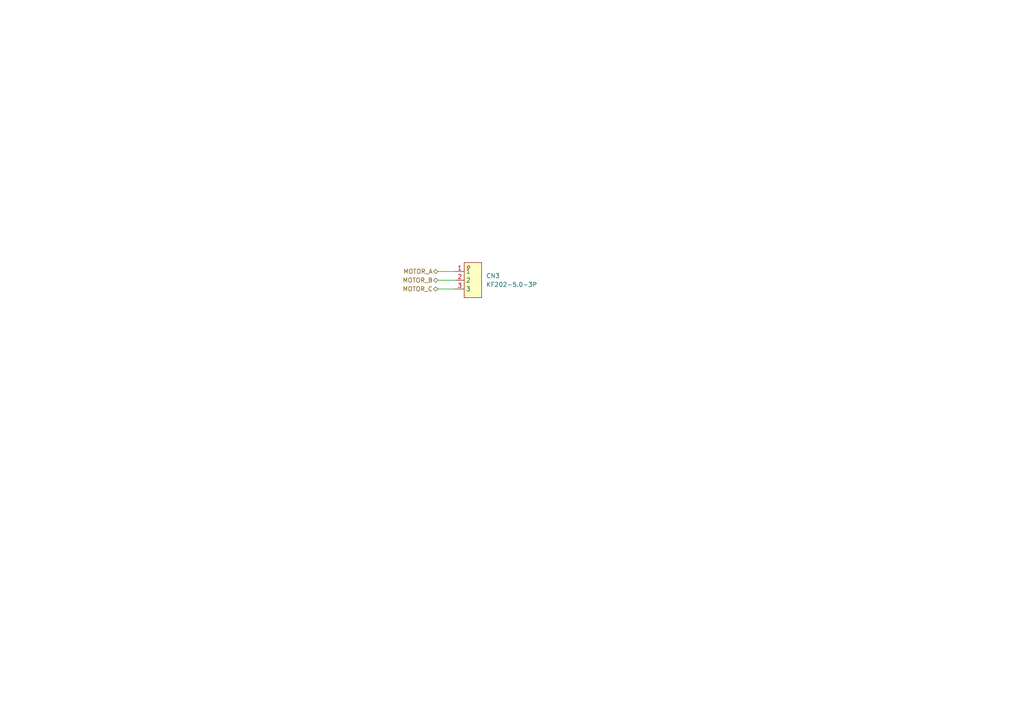
<source format=kicad_sch>
(kicad_sch (version 20250114) (generator "eeschema") (generator_version "9.0")
  (paper "A4")
  (lib_symbols
    (symbol "main_board:KF202-5.0-3P"
      (property "Reference" "CN" (at 0 7.62 0))
      (property "Value" "KF202-5.0-3P" (at 0 -7.62 0))
      (symbol "KF202-5.0-3P_0_1"
        (rectangle (start -2.54 5.08) (end 2.54 -5.08) (fill (type background)))
        (circle (center -1.27 3.81) (radius 0.38))
        (pin unspecified line (at -5.08 2.54 0) (length 2.54) (name "1") (number "1"))
        (pin unspecified line (at -5.08 0 0) (length 2.54) (name "2") (number "2"))
        (pin unspecified line (at -5.08 -2.54 0) (length 2.54) (name "3") (number "3"))
      )
    )
  )
  (wire (pts (xy 127 78.74) (xy 132.08 78.74)))
  (wire (pts (xy 127 81.28) (xy 132.08 81.28)))
  (wire (pts (xy 127 83.82) (xy 132.08 83.82)))
  (hierarchical_label "MOTOR_B" (shape bidirectional) (at 127 81.28 180))
  (hierarchical_label "MOTOR_C" (shape bidirectional) (at 127 83.82 180))
  (hierarchical_label "MOTOR_A" (shape bidirectional) (at 127 78.74 180))
  (symbol (lib_id "main_board:KF202-5.0-3P") (at 137.16 81.28 0) (unit 1)
    (property "Reference" "CN3" (at 140.97 80.0099 0) (effects (justify left)))
    (property "Value" "KF202-5.0-3P" (at 140.97 82.5499 0) (effects (justify left)))
    (property "Footprint" "main_board:KF202-5.0-3P" (effects (hide yes)))
    (property "Manufacturer" "KEFA(科发)" (effects (hide yes)))
    (property "Manufacturer Part Number" "KF202-5.0-3P" (effects (hide yes)))
  )
)
</source>
